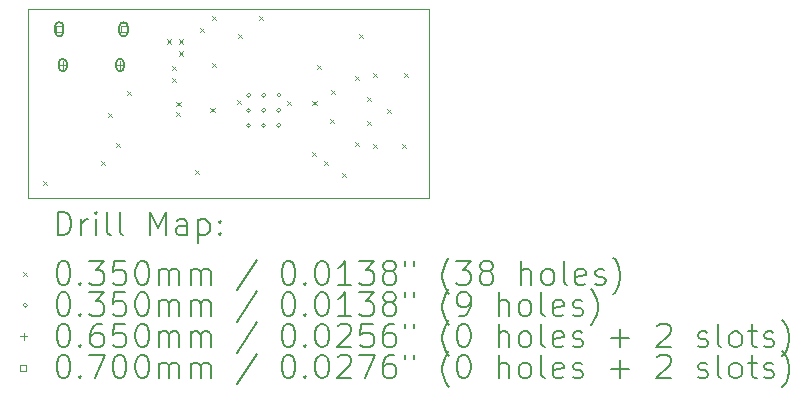
<source format=gbr>
%TF.GenerationSoftware,KiCad,Pcbnew,(6.0.9)*%
%TF.CreationDate,2023-01-06T22:42:55-05:00*%
%TF.ProjectId,Doom Keycap,446f6f6d-204b-4657-9963-61702e6b6963,REV1*%
%TF.SameCoordinates,Original*%
%TF.FileFunction,Drillmap*%
%TF.FilePolarity,Positive*%
%FSLAX45Y45*%
G04 Gerber Fmt 4.5, Leading zero omitted, Abs format (unit mm)*
G04 Created by KiCad (PCBNEW (6.0.9)) date 2023-01-06 22:42:55*
%MOMM*%
%LPD*%
G01*
G04 APERTURE LIST*
%ADD10C,0.050000*%
%ADD11C,0.200000*%
%ADD12C,0.035000*%
%ADD13C,0.065000*%
%ADD14C,0.070000*%
G04 APERTURE END LIST*
D10*
X15559000Y-7900000D02*
X18959000Y-7900000D01*
X18959000Y-7900000D02*
X18959000Y-9500000D01*
X18959000Y-9500000D02*
X15559000Y-9500000D01*
X15559000Y-9500000D02*
X15559000Y-7900000D01*
D11*
D12*
X15691500Y-9354000D02*
X15726500Y-9389000D01*
X15726500Y-9354000D02*
X15691500Y-9389000D01*
X16182750Y-9182500D02*
X16217750Y-9217500D01*
X16217750Y-9182500D02*
X16182750Y-9217500D01*
X16241500Y-8776500D02*
X16276500Y-8811500D01*
X16276500Y-8776500D02*
X16241500Y-8811500D01*
X16307750Y-9032500D02*
X16342750Y-9067500D01*
X16342750Y-9032500D02*
X16307750Y-9067500D01*
X16401450Y-8592450D02*
X16436450Y-8627450D01*
X16436450Y-8592450D02*
X16401450Y-8627450D01*
X16741500Y-8155500D02*
X16776500Y-8190500D01*
X16776500Y-8155500D02*
X16741500Y-8190500D01*
X16781500Y-8382500D02*
X16816500Y-8417500D01*
X16816500Y-8382500D02*
X16781500Y-8417500D01*
X16781500Y-8482500D02*
X16816500Y-8517500D01*
X16816500Y-8482500D02*
X16781500Y-8517500D01*
X16815528Y-8769856D02*
X16850528Y-8804856D01*
X16850528Y-8769856D02*
X16815528Y-8804856D01*
X16819000Y-8683750D02*
X16854000Y-8718750D01*
X16854000Y-8683750D02*
X16819000Y-8718750D01*
X16841500Y-8155500D02*
X16876500Y-8190500D01*
X16876500Y-8155500D02*
X16841500Y-8190500D01*
X16841500Y-8257500D02*
X16876500Y-8292500D01*
X16876500Y-8257500D02*
X16841500Y-8292500D01*
X16979000Y-9257500D02*
X17014000Y-9292500D01*
X17014000Y-9257500D02*
X16979000Y-9292500D01*
X17016500Y-8057500D02*
X17051500Y-8092500D01*
X17051500Y-8057500D02*
X17016500Y-8092500D01*
X17106500Y-8738050D02*
X17141500Y-8773050D01*
X17141500Y-8738050D02*
X17106500Y-8773050D01*
X17116500Y-7957500D02*
X17151500Y-7992500D01*
X17151500Y-7957500D02*
X17116500Y-7992500D01*
X17116500Y-8357500D02*
X17151500Y-8392500D01*
X17151500Y-8357500D02*
X17116500Y-8392500D01*
X17331500Y-8668750D02*
X17366500Y-8703750D01*
X17366500Y-8668750D02*
X17331500Y-8703750D01*
X17341500Y-8107500D02*
X17376500Y-8142500D01*
X17376500Y-8107500D02*
X17341500Y-8142500D01*
X17516500Y-7957500D02*
X17551500Y-7992500D01*
X17551500Y-7957500D02*
X17516500Y-7992500D01*
X17751500Y-8678753D02*
X17786500Y-8713753D01*
X17786500Y-8678753D02*
X17751500Y-8713753D01*
X17966500Y-9107500D02*
X18001500Y-9142500D01*
X18001500Y-9107500D02*
X17966500Y-9142500D01*
X17970500Y-8679750D02*
X18005500Y-8714750D01*
X18005500Y-8679750D02*
X17970500Y-8714750D01*
X18007158Y-8374297D02*
X18042158Y-8409297D01*
X18042158Y-8374297D02*
X18007158Y-8409297D01*
X18065642Y-9181642D02*
X18100642Y-9216642D01*
X18100642Y-9181642D02*
X18065642Y-9216642D01*
X18115105Y-8829836D02*
X18150105Y-8864836D01*
X18150105Y-8829836D02*
X18115105Y-8864836D01*
X18127805Y-8582186D02*
X18162805Y-8617186D01*
X18162805Y-8582186D02*
X18127805Y-8617186D01*
X18216500Y-9282500D02*
X18251500Y-9317500D01*
X18251500Y-9282500D02*
X18216500Y-9317500D01*
X18331005Y-8461536D02*
X18366005Y-8496536D01*
X18366005Y-8461536D02*
X18331005Y-8496536D01*
X18332155Y-9020336D02*
X18367155Y-9055336D01*
X18367155Y-9020336D02*
X18332155Y-9055336D01*
X18366500Y-8107500D02*
X18401500Y-8142500D01*
X18401500Y-8107500D02*
X18366500Y-8142500D01*
X18429000Y-8645000D02*
X18464000Y-8680000D01*
X18464000Y-8645000D02*
X18429000Y-8680000D01*
X18429000Y-8845000D02*
X18464000Y-8880000D01*
X18464000Y-8845000D02*
X18429000Y-8880000D01*
X18480555Y-8437736D02*
X18515555Y-8472736D01*
X18515555Y-8437736D02*
X18480555Y-8472736D01*
X18480555Y-9037736D02*
X18515555Y-9072736D01*
X18515555Y-9037736D02*
X18480555Y-9072736D01*
X18604000Y-8745000D02*
X18639000Y-8780000D01*
X18639000Y-8745000D02*
X18604000Y-8780000D01*
X18729000Y-9037736D02*
X18764000Y-9072736D01*
X18764000Y-9037736D02*
X18729000Y-9072736D01*
X18741500Y-8437736D02*
X18776500Y-8472736D01*
X18776500Y-8437736D02*
X18741500Y-8472736D01*
X17449000Y-8628750D02*
G75*
G03*
X17449000Y-8628750I-17500J0D01*
G01*
X17449000Y-8756250D02*
G75*
G03*
X17449000Y-8756250I-17500J0D01*
G01*
X17449000Y-8883750D02*
G75*
G03*
X17449000Y-8883750I-17500J0D01*
G01*
X17576500Y-8628750D02*
G75*
G03*
X17576500Y-8628750I-17500J0D01*
G01*
X17576500Y-8756250D02*
G75*
G03*
X17576500Y-8756250I-17500J0D01*
G01*
X17576500Y-8883750D02*
G75*
G03*
X17576500Y-8883750I-17500J0D01*
G01*
X17704000Y-8628750D02*
G75*
G03*
X17704000Y-8628750I-17500J0D01*
G01*
X17704000Y-8756250D02*
G75*
G03*
X17704000Y-8756250I-17500J0D01*
G01*
X17704000Y-8883750D02*
G75*
G03*
X17704000Y-8883750I-17500J0D01*
G01*
D13*
X15856500Y-8340500D02*
X15856500Y-8405500D01*
X15824000Y-8373000D02*
X15889000Y-8373000D01*
D11*
X15824000Y-8353000D02*
X15824000Y-8393000D01*
X15889000Y-8353000D02*
X15889000Y-8393000D01*
X15824000Y-8393000D02*
G75*
G03*
X15889000Y-8393000I32500J0D01*
G01*
X15889000Y-8353000D02*
G75*
G03*
X15824000Y-8353000I-32500J0D01*
G01*
D13*
X16341500Y-8340500D02*
X16341500Y-8405500D01*
X16309000Y-8373000D02*
X16374000Y-8373000D01*
D11*
X16309000Y-8353000D02*
X16309000Y-8393000D01*
X16374000Y-8353000D02*
X16374000Y-8393000D01*
X16309000Y-8393000D02*
G75*
G03*
X16374000Y-8393000I32500J0D01*
G01*
X16374000Y-8353000D02*
G75*
G03*
X16309000Y-8353000I-32500J0D01*
G01*
D14*
X15851249Y-8094749D02*
X15851249Y-8045251D01*
X15801751Y-8045251D01*
X15801751Y-8094749D01*
X15851249Y-8094749D01*
D11*
X15791500Y-8045000D02*
X15791500Y-8095000D01*
X15861500Y-8045000D02*
X15861500Y-8095000D01*
X15791500Y-8095000D02*
G75*
G03*
X15861500Y-8095000I35000J0D01*
G01*
X15861500Y-8045000D02*
G75*
G03*
X15791500Y-8045000I-35000J0D01*
G01*
D14*
X16396249Y-8094749D02*
X16396249Y-8045251D01*
X16346751Y-8045251D01*
X16346751Y-8094749D01*
X16396249Y-8094749D01*
D11*
X16336500Y-8045000D02*
X16336500Y-8095000D01*
X16406500Y-8045000D02*
X16406500Y-8095000D01*
X16336500Y-8095000D02*
G75*
G03*
X16406500Y-8095000I35000J0D01*
G01*
X16406500Y-8045000D02*
G75*
G03*
X16336500Y-8045000I-35000J0D01*
G01*
X15814119Y-9812976D02*
X15814119Y-9612976D01*
X15861738Y-9612976D01*
X15890309Y-9622500D01*
X15909357Y-9641548D01*
X15918881Y-9660595D01*
X15928405Y-9698690D01*
X15928405Y-9727262D01*
X15918881Y-9765357D01*
X15909357Y-9784405D01*
X15890309Y-9803452D01*
X15861738Y-9812976D01*
X15814119Y-9812976D01*
X16014119Y-9812976D02*
X16014119Y-9679643D01*
X16014119Y-9717738D02*
X16023643Y-9698690D01*
X16033167Y-9689167D01*
X16052214Y-9679643D01*
X16071262Y-9679643D01*
X16137928Y-9812976D02*
X16137928Y-9679643D01*
X16137928Y-9612976D02*
X16128405Y-9622500D01*
X16137928Y-9632024D01*
X16147452Y-9622500D01*
X16137928Y-9612976D01*
X16137928Y-9632024D01*
X16261738Y-9812976D02*
X16242690Y-9803452D01*
X16233167Y-9784405D01*
X16233167Y-9612976D01*
X16366500Y-9812976D02*
X16347452Y-9803452D01*
X16337928Y-9784405D01*
X16337928Y-9612976D01*
X16595071Y-9812976D02*
X16595071Y-9612976D01*
X16661738Y-9755833D01*
X16728405Y-9612976D01*
X16728405Y-9812976D01*
X16909357Y-9812976D02*
X16909357Y-9708214D01*
X16899833Y-9689167D01*
X16880786Y-9679643D01*
X16842690Y-9679643D01*
X16823643Y-9689167D01*
X16909357Y-9803452D02*
X16890310Y-9812976D01*
X16842690Y-9812976D01*
X16823643Y-9803452D01*
X16814119Y-9784405D01*
X16814119Y-9765357D01*
X16823643Y-9746310D01*
X16842690Y-9736786D01*
X16890310Y-9736786D01*
X16909357Y-9727262D01*
X17004595Y-9679643D02*
X17004595Y-9879643D01*
X17004595Y-9689167D02*
X17023643Y-9679643D01*
X17061738Y-9679643D01*
X17080786Y-9689167D01*
X17090310Y-9698690D01*
X17099833Y-9717738D01*
X17099833Y-9774881D01*
X17090310Y-9793929D01*
X17080786Y-9803452D01*
X17061738Y-9812976D01*
X17023643Y-9812976D01*
X17004595Y-9803452D01*
X17185548Y-9793929D02*
X17195071Y-9803452D01*
X17185548Y-9812976D01*
X17176024Y-9803452D01*
X17185548Y-9793929D01*
X17185548Y-9812976D01*
X17185548Y-9689167D02*
X17195071Y-9698690D01*
X17185548Y-9708214D01*
X17176024Y-9698690D01*
X17185548Y-9689167D01*
X17185548Y-9708214D01*
D12*
X15521500Y-10125000D02*
X15556500Y-10160000D01*
X15556500Y-10125000D02*
X15521500Y-10160000D01*
D11*
X15852214Y-10032976D02*
X15871262Y-10032976D01*
X15890309Y-10042500D01*
X15899833Y-10052024D01*
X15909357Y-10071071D01*
X15918881Y-10109167D01*
X15918881Y-10156786D01*
X15909357Y-10194881D01*
X15899833Y-10213929D01*
X15890309Y-10223452D01*
X15871262Y-10232976D01*
X15852214Y-10232976D01*
X15833167Y-10223452D01*
X15823643Y-10213929D01*
X15814119Y-10194881D01*
X15804595Y-10156786D01*
X15804595Y-10109167D01*
X15814119Y-10071071D01*
X15823643Y-10052024D01*
X15833167Y-10042500D01*
X15852214Y-10032976D01*
X16004595Y-10213929D02*
X16014119Y-10223452D01*
X16004595Y-10232976D01*
X15995071Y-10223452D01*
X16004595Y-10213929D01*
X16004595Y-10232976D01*
X16080786Y-10032976D02*
X16204595Y-10032976D01*
X16137928Y-10109167D01*
X16166500Y-10109167D01*
X16185548Y-10118690D01*
X16195071Y-10128214D01*
X16204595Y-10147262D01*
X16204595Y-10194881D01*
X16195071Y-10213929D01*
X16185548Y-10223452D01*
X16166500Y-10232976D01*
X16109357Y-10232976D01*
X16090309Y-10223452D01*
X16080786Y-10213929D01*
X16385548Y-10032976D02*
X16290309Y-10032976D01*
X16280786Y-10128214D01*
X16290309Y-10118690D01*
X16309357Y-10109167D01*
X16356976Y-10109167D01*
X16376024Y-10118690D01*
X16385548Y-10128214D01*
X16395071Y-10147262D01*
X16395071Y-10194881D01*
X16385548Y-10213929D01*
X16376024Y-10223452D01*
X16356976Y-10232976D01*
X16309357Y-10232976D01*
X16290309Y-10223452D01*
X16280786Y-10213929D01*
X16518881Y-10032976D02*
X16537928Y-10032976D01*
X16556976Y-10042500D01*
X16566500Y-10052024D01*
X16576024Y-10071071D01*
X16585548Y-10109167D01*
X16585548Y-10156786D01*
X16576024Y-10194881D01*
X16566500Y-10213929D01*
X16556976Y-10223452D01*
X16537928Y-10232976D01*
X16518881Y-10232976D01*
X16499833Y-10223452D01*
X16490309Y-10213929D01*
X16480786Y-10194881D01*
X16471262Y-10156786D01*
X16471262Y-10109167D01*
X16480786Y-10071071D01*
X16490309Y-10052024D01*
X16499833Y-10042500D01*
X16518881Y-10032976D01*
X16671262Y-10232976D02*
X16671262Y-10099643D01*
X16671262Y-10118690D02*
X16680786Y-10109167D01*
X16699833Y-10099643D01*
X16728405Y-10099643D01*
X16747452Y-10109167D01*
X16756976Y-10128214D01*
X16756976Y-10232976D01*
X16756976Y-10128214D02*
X16766500Y-10109167D01*
X16785548Y-10099643D01*
X16814119Y-10099643D01*
X16833167Y-10109167D01*
X16842690Y-10128214D01*
X16842690Y-10232976D01*
X16937929Y-10232976D02*
X16937929Y-10099643D01*
X16937929Y-10118690D02*
X16947452Y-10109167D01*
X16966500Y-10099643D01*
X16995071Y-10099643D01*
X17014119Y-10109167D01*
X17023643Y-10128214D01*
X17023643Y-10232976D01*
X17023643Y-10128214D02*
X17033167Y-10109167D01*
X17052214Y-10099643D01*
X17080786Y-10099643D01*
X17099833Y-10109167D01*
X17109357Y-10128214D01*
X17109357Y-10232976D01*
X17499833Y-10023452D02*
X17328405Y-10280595D01*
X17756976Y-10032976D02*
X17776024Y-10032976D01*
X17795071Y-10042500D01*
X17804595Y-10052024D01*
X17814119Y-10071071D01*
X17823643Y-10109167D01*
X17823643Y-10156786D01*
X17814119Y-10194881D01*
X17804595Y-10213929D01*
X17795071Y-10223452D01*
X17776024Y-10232976D01*
X17756976Y-10232976D01*
X17737929Y-10223452D01*
X17728405Y-10213929D01*
X17718881Y-10194881D01*
X17709357Y-10156786D01*
X17709357Y-10109167D01*
X17718881Y-10071071D01*
X17728405Y-10052024D01*
X17737929Y-10042500D01*
X17756976Y-10032976D01*
X17909357Y-10213929D02*
X17918881Y-10223452D01*
X17909357Y-10232976D01*
X17899833Y-10223452D01*
X17909357Y-10213929D01*
X17909357Y-10232976D01*
X18042690Y-10032976D02*
X18061738Y-10032976D01*
X18080786Y-10042500D01*
X18090310Y-10052024D01*
X18099833Y-10071071D01*
X18109357Y-10109167D01*
X18109357Y-10156786D01*
X18099833Y-10194881D01*
X18090310Y-10213929D01*
X18080786Y-10223452D01*
X18061738Y-10232976D01*
X18042690Y-10232976D01*
X18023643Y-10223452D01*
X18014119Y-10213929D01*
X18004595Y-10194881D01*
X17995071Y-10156786D01*
X17995071Y-10109167D01*
X18004595Y-10071071D01*
X18014119Y-10052024D01*
X18023643Y-10042500D01*
X18042690Y-10032976D01*
X18299833Y-10232976D02*
X18185548Y-10232976D01*
X18242690Y-10232976D02*
X18242690Y-10032976D01*
X18223643Y-10061548D01*
X18204595Y-10080595D01*
X18185548Y-10090119D01*
X18366500Y-10032976D02*
X18490310Y-10032976D01*
X18423643Y-10109167D01*
X18452214Y-10109167D01*
X18471262Y-10118690D01*
X18480786Y-10128214D01*
X18490310Y-10147262D01*
X18490310Y-10194881D01*
X18480786Y-10213929D01*
X18471262Y-10223452D01*
X18452214Y-10232976D01*
X18395071Y-10232976D01*
X18376024Y-10223452D01*
X18366500Y-10213929D01*
X18604595Y-10118690D02*
X18585548Y-10109167D01*
X18576024Y-10099643D01*
X18566500Y-10080595D01*
X18566500Y-10071071D01*
X18576024Y-10052024D01*
X18585548Y-10042500D01*
X18604595Y-10032976D01*
X18642690Y-10032976D01*
X18661738Y-10042500D01*
X18671262Y-10052024D01*
X18680786Y-10071071D01*
X18680786Y-10080595D01*
X18671262Y-10099643D01*
X18661738Y-10109167D01*
X18642690Y-10118690D01*
X18604595Y-10118690D01*
X18585548Y-10128214D01*
X18576024Y-10137738D01*
X18566500Y-10156786D01*
X18566500Y-10194881D01*
X18576024Y-10213929D01*
X18585548Y-10223452D01*
X18604595Y-10232976D01*
X18642690Y-10232976D01*
X18661738Y-10223452D01*
X18671262Y-10213929D01*
X18680786Y-10194881D01*
X18680786Y-10156786D01*
X18671262Y-10137738D01*
X18661738Y-10128214D01*
X18642690Y-10118690D01*
X18756976Y-10032976D02*
X18756976Y-10071071D01*
X18833167Y-10032976D02*
X18833167Y-10071071D01*
X19128405Y-10309167D02*
X19118881Y-10299643D01*
X19099833Y-10271071D01*
X19090310Y-10252024D01*
X19080786Y-10223452D01*
X19071262Y-10175833D01*
X19071262Y-10137738D01*
X19080786Y-10090119D01*
X19090310Y-10061548D01*
X19099833Y-10042500D01*
X19118881Y-10013929D01*
X19128405Y-10004405D01*
X19185548Y-10032976D02*
X19309357Y-10032976D01*
X19242690Y-10109167D01*
X19271262Y-10109167D01*
X19290310Y-10118690D01*
X19299833Y-10128214D01*
X19309357Y-10147262D01*
X19309357Y-10194881D01*
X19299833Y-10213929D01*
X19290310Y-10223452D01*
X19271262Y-10232976D01*
X19214119Y-10232976D01*
X19195071Y-10223452D01*
X19185548Y-10213929D01*
X19423643Y-10118690D02*
X19404595Y-10109167D01*
X19395071Y-10099643D01*
X19385548Y-10080595D01*
X19385548Y-10071071D01*
X19395071Y-10052024D01*
X19404595Y-10042500D01*
X19423643Y-10032976D01*
X19461738Y-10032976D01*
X19480786Y-10042500D01*
X19490310Y-10052024D01*
X19499833Y-10071071D01*
X19499833Y-10080595D01*
X19490310Y-10099643D01*
X19480786Y-10109167D01*
X19461738Y-10118690D01*
X19423643Y-10118690D01*
X19404595Y-10128214D01*
X19395071Y-10137738D01*
X19385548Y-10156786D01*
X19385548Y-10194881D01*
X19395071Y-10213929D01*
X19404595Y-10223452D01*
X19423643Y-10232976D01*
X19461738Y-10232976D01*
X19480786Y-10223452D01*
X19490310Y-10213929D01*
X19499833Y-10194881D01*
X19499833Y-10156786D01*
X19490310Y-10137738D01*
X19480786Y-10128214D01*
X19461738Y-10118690D01*
X19737929Y-10232976D02*
X19737929Y-10032976D01*
X19823643Y-10232976D02*
X19823643Y-10128214D01*
X19814119Y-10109167D01*
X19795071Y-10099643D01*
X19766500Y-10099643D01*
X19747452Y-10109167D01*
X19737929Y-10118690D01*
X19947452Y-10232976D02*
X19928405Y-10223452D01*
X19918881Y-10213929D01*
X19909357Y-10194881D01*
X19909357Y-10137738D01*
X19918881Y-10118690D01*
X19928405Y-10109167D01*
X19947452Y-10099643D01*
X19976024Y-10099643D01*
X19995071Y-10109167D01*
X20004595Y-10118690D01*
X20014119Y-10137738D01*
X20014119Y-10194881D01*
X20004595Y-10213929D01*
X19995071Y-10223452D01*
X19976024Y-10232976D01*
X19947452Y-10232976D01*
X20128405Y-10232976D02*
X20109357Y-10223452D01*
X20099833Y-10204405D01*
X20099833Y-10032976D01*
X20280786Y-10223452D02*
X20261738Y-10232976D01*
X20223643Y-10232976D01*
X20204595Y-10223452D01*
X20195071Y-10204405D01*
X20195071Y-10128214D01*
X20204595Y-10109167D01*
X20223643Y-10099643D01*
X20261738Y-10099643D01*
X20280786Y-10109167D01*
X20290310Y-10128214D01*
X20290310Y-10147262D01*
X20195071Y-10166310D01*
X20366500Y-10223452D02*
X20385548Y-10232976D01*
X20423643Y-10232976D01*
X20442690Y-10223452D01*
X20452214Y-10204405D01*
X20452214Y-10194881D01*
X20442690Y-10175833D01*
X20423643Y-10166310D01*
X20395071Y-10166310D01*
X20376024Y-10156786D01*
X20366500Y-10137738D01*
X20366500Y-10128214D01*
X20376024Y-10109167D01*
X20395071Y-10099643D01*
X20423643Y-10099643D01*
X20442690Y-10109167D01*
X20518881Y-10309167D02*
X20528405Y-10299643D01*
X20547452Y-10271071D01*
X20556976Y-10252024D01*
X20566500Y-10223452D01*
X20576024Y-10175833D01*
X20576024Y-10137738D01*
X20566500Y-10090119D01*
X20556976Y-10061548D01*
X20547452Y-10042500D01*
X20528405Y-10013929D01*
X20518881Y-10004405D01*
D12*
X15556500Y-10406500D02*
G75*
G03*
X15556500Y-10406500I-17500J0D01*
G01*
D11*
X15852214Y-10296976D02*
X15871262Y-10296976D01*
X15890309Y-10306500D01*
X15899833Y-10316024D01*
X15909357Y-10335071D01*
X15918881Y-10373167D01*
X15918881Y-10420786D01*
X15909357Y-10458881D01*
X15899833Y-10477929D01*
X15890309Y-10487452D01*
X15871262Y-10496976D01*
X15852214Y-10496976D01*
X15833167Y-10487452D01*
X15823643Y-10477929D01*
X15814119Y-10458881D01*
X15804595Y-10420786D01*
X15804595Y-10373167D01*
X15814119Y-10335071D01*
X15823643Y-10316024D01*
X15833167Y-10306500D01*
X15852214Y-10296976D01*
X16004595Y-10477929D02*
X16014119Y-10487452D01*
X16004595Y-10496976D01*
X15995071Y-10487452D01*
X16004595Y-10477929D01*
X16004595Y-10496976D01*
X16080786Y-10296976D02*
X16204595Y-10296976D01*
X16137928Y-10373167D01*
X16166500Y-10373167D01*
X16185548Y-10382690D01*
X16195071Y-10392214D01*
X16204595Y-10411262D01*
X16204595Y-10458881D01*
X16195071Y-10477929D01*
X16185548Y-10487452D01*
X16166500Y-10496976D01*
X16109357Y-10496976D01*
X16090309Y-10487452D01*
X16080786Y-10477929D01*
X16385548Y-10296976D02*
X16290309Y-10296976D01*
X16280786Y-10392214D01*
X16290309Y-10382690D01*
X16309357Y-10373167D01*
X16356976Y-10373167D01*
X16376024Y-10382690D01*
X16385548Y-10392214D01*
X16395071Y-10411262D01*
X16395071Y-10458881D01*
X16385548Y-10477929D01*
X16376024Y-10487452D01*
X16356976Y-10496976D01*
X16309357Y-10496976D01*
X16290309Y-10487452D01*
X16280786Y-10477929D01*
X16518881Y-10296976D02*
X16537928Y-10296976D01*
X16556976Y-10306500D01*
X16566500Y-10316024D01*
X16576024Y-10335071D01*
X16585548Y-10373167D01*
X16585548Y-10420786D01*
X16576024Y-10458881D01*
X16566500Y-10477929D01*
X16556976Y-10487452D01*
X16537928Y-10496976D01*
X16518881Y-10496976D01*
X16499833Y-10487452D01*
X16490309Y-10477929D01*
X16480786Y-10458881D01*
X16471262Y-10420786D01*
X16471262Y-10373167D01*
X16480786Y-10335071D01*
X16490309Y-10316024D01*
X16499833Y-10306500D01*
X16518881Y-10296976D01*
X16671262Y-10496976D02*
X16671262Y-10363643D01*
X16671262Y-10382690D02*
X16680786Y-10373167D01*
X16699833Y-10363643D01*
X16728405Y-10363643D01*
X16747452Y-10373167D01*
X16756976Y-10392214D01*
X16756976Y-10496976D01*
X16756976Y-10392214D02*
X16766500Y-10373167D01*
X16785548Y-10363643D01*
X16814119Y-10363643D01*
X16833167Y-10373167D01*
X16842690Y-10392214D01*
X16842690Y-10496976D01*
X16937929Y-10496976D02*
X16937929Y-10363643D01*
X16937929Y-10382690D02*
X16947452Y-10373167D01*
X16966500Y-10363643D01*
X16995071Y-10363643D01*
X17014119Y-10373167D01*
X17023643Y-10392214D01*
X17023643Y-10496976D01*
X17023643Y-10392214D02*
X17033167Y-10373167D01*
X17052214Y-10363643D01*
X17080786Y-10363643D01*
X17099833Y-10373167D01*
X17109357Y-10392214D01*
X17109357Y-10496976D01*
X17499833Y-10287452D02*
X17328405Y-10544595D01*
X17756976Y-10296976D02*
X17776024Y-10296976D01*
X17795071Y-10306500D01*
X17804595Y-10316024D01*
X17814119Y-10335071D01*
X17823643Y-10373167D01*
X17823643Y-10420786D01*
X17814119Y-10458881D01*
X17804595Y-10477929D01*
X17795071Y-10487452D01*
X17776024Y-10496976D01*
X17756976Y-10496976D01*
X17737929Y-10487452D01*
X17728405Y-10477929D01*
X17718881Y-10458881D01*
X17709357Y-10420786D01*
X17709357Y-10373167D01*
X17718881Y-10335071D01*
X17728405Y-10316024D01*
X17737929Y-10306500D01*
X17756976Y-10296976D01*
X17909357Y-10477929D02*
X17918881Y-10487452D01*
X17909357Y-10496976D01*
X17899833Y-10487452D01*
X17909357Y-10477929D01*
X17909357Y-10496976D01*
X18042690Y-10296976D02*
X18061738Y-10296976D01*
X18080786Y-10306500D01*
X18090310Y-10316024D01*
X18099833Y-10335071D01*
X18109357Y-10373167D01*
X18109357Y-10420786D01*
X18099833Y-10458881D01*
X18090310Y-10477929D01*
X18080786Y-10487452D01*
X18061738Y-10496976D01*
X18042690Y-10496976D01*
X18023643Y-10487452D01*
X18014119Y-10477929D01*
X18004595Y-10458881D01*
X17995071Y-10420786D01*
X17995071Y-10373167D01*
X18004595Y-10335071D01*
X18014119Y-10316024D01*
X18023643Y-10306500D01*
X18042690Y-10296976D01*
X18299833Y-10496976D02*
X18185548Y-10496976D01*
X18242690Y-10496976D02*
X18242690Y-10296976D01*
X18223643Y-10325548D01*
X18204595Y-10344595D01*
X18185548Y-10354119D01*
X18366500Y-10296976D02*
X18490310Y-10296976D01*
X18423643Y-10373167D01*
X18452214Y-10373167D01*
X18471262Y-10382690D01*
X18480786Y-10392214D01*
X18490310Y-10411262D01*
X18490310Y-10458881D01*
X18480786Y-10477929D01*
X18471262Y-10487452D01*
X18452214Y-10496976D01*
X18395071Y-10496976D01*
X18376024Y-10487452D01*
X18366500Y-10477929D01*
X18604595Y-10382690D02*
X18585548Y-10373167D01*
X18576024Y-10363643D01*
X18566500Y-10344595D01*
X18566500Y-10335071D01*
X18576024Y-10316024D01*
X18585548Y-10306500D01*
X18604595Y-10296976D01*
X18642690Y-10296976D01*
X18661738Y-10306500D01*
X18671262Y-10316024D01*
X18680786Y-10335071D01*
X18680786Y-10344595D01*
X18671262Y-10363643D01*
X18661738Y-10373167D01*
X18642690Y-10382690D01*
X18604595Y-10382690D01*
X18585548Y-10392214D01*
X18576024Y-10401738D01*
X18566500Y-10420786D01*
X18566500Y-10458881D01*
X18576024Y-10477929D01*
X18585548Y-10487452D01*
X18604595Y-10496976D01*
X18642690Y-10496976D01*
X18661738Y-10487452D01*
X18671262Y-10477929D01*
X18680786Y-10458881D01*
X18680786Y-10420786D01*
X18671262Y-10401738D01*
X18661738Y-10392214D01*
X18642690Y-10382690D01*
X18756976Y-10296976D02*
X18756976Y-10335071D01*
X18833167Y-10296976D02*
X18833167Y-10335071D01*
X19128405Y-10573167D02*
X19118881Y-10563643D01*
X19099833Y-10535071D01*
X19090310Y-10516024D01*
X19080786Y-10487452D01*
X19071262Y-10439833D01*
X19071262Y-10401738D01*
X19080786Y-10354119D01*
X19090310Y-10325548D01*
X19099833Y-10306500D01*
X19118881Y-10277929D01*
X19128405Y-10268405D01*
X19214119Y-10496976D02*
X19252214Y-10496976D01*
X19271262Y-10487452D01*
X19280786Y-10477929D01*
X19299833Y-10449357D01*
X19309357Y-10411262D01*
X19309357Y-10335071D01*
X19299833Y-10316024D01*
X19290310Y-10306500D01*
X19271262Y-10296976D01*
X19233167Y-10296976D01*
X19214119Y-10306500D01*
X19204595Y-10316024D01*
X19195071Y-10335071D01*
X19195071Y-10382690D01*
X19204595Y-10401738D01*
X19214119Y-10411262D01*
X19233167Y-10420786D01*
X19271262Y-10420786D01*
X19290310Y-10411262D01*
X19299833Y-10401738D01*
X19309357Y-10382690D01*
X19547452Y-10496976D02*
X19547452Y-10296976D01*
X19633167Y-10496976D02*
X19633167Y-10392214D01*
X19623643Y-10373167D01*
X19604595Y-10363643D01*
X19576024Y-10363643D01*
X19556976Y-10373167D01*
X19547452Y-10382690D01*
X19756976Y-10496976D02*
X19737929Y-10487452D01*
X19728405Y-10477929D01*
X19718881Y-10458881D01*
X19718881Y-10401738D01*
X19728405Y-10382690D01*
X19737929Y-10373167D01*
X19756976Y-10363643D01*
X19785548Y-10363643D01*
X19804595Y-10373167D01*
X19814119Y-10382690D01*
X19823643Y-10401738D01*
X19823643Y-10458881D01*
X19814119Y-10477929D01*
X19804595Y-10487452D01*
X19785548Y-10496976D01*
X19756976Y-10496976D01*
X19937929Y-10496976D02*
X19918881Y-10487452D01*
X19909357Y-10468405D01*
X19909357Y-10296976D01*
X20090310Y-10487452D02*
X20071262Y-10496976D01*
X20033167Y-10496976D01*
X20014119Y-10487452D01*
X20004595Y-10468405D01*
X20004595Y-10392214D01*
X20014119Y-10373167D01*
X20033167Y-10363643D01*
X20071262Y-10363643D01*
X20090310Y-10373167D01*
X20099833Y-10392214D01*
X20099833Y-10411262D01*
X20004595Y-10430310D01*
X20176024Y-10487452D02*
X20195071Y-10496976D01*
X20233167Y-10496976D01*
X20252214Y-10487452D01*
X20261738Y-10468405D01*
X20261738Y-10458881D01*
X20252214Y-10439833D01*
X20233167Y-10430310D01*
X20204595Y-10430310D01*
X20185548Y-10420786D01*
X20176024Y-10401738D01*
X20176024Y-10392214D01*
X20185548Y-10373167D01*
X20204595Y-10363643D01*
X20233167Y-10363643D01*
X20252214Y-10373167D01*
X20328405Y-10573167D02*
X20337929Y-10563643D01*
X20356976Y-10535071D01*
X20366500Y-10516024D01*
X20376024Y-10487452D01*
X20385548Y-10439833D01*
X20385548Y-10401738D01*
X20376024Y-10354119D01*
X20366500Y-10325548D01*
X20356976Y-10306500D01*
X20337929Y-10277929D01*
X20328405Y-10268405D01*
D13*
X15524000Y-10638000D02*
X15524000Y-10703000D01*
X15491500Y-10670500D02*
X15556500Y-10670500D01*
D11*
X15852214Y-10560976D02*
X15871262Y-10560976D01*
X15890309Y-10570500D01*
X15899833Y-10580024D01*
X15909357Y-10599071D01*
X15918881Y-10637167D01*
X15918881Y-10684786D01*
X15909357Y-10722881D01*
X15899833Y-10741929D01*
X15890309Y-10751452D01*
X15871262Y-10760976D01*
X15852214Y-10760976D01*
X15833167Y-10751452D01*
X15823643Y-10741929D01*
X15814119Y-10722881D01*
X15804595Y-10684786D01*
X15804595Y-10637167D01*
X15814119Y-10599071D01*
X15823643Y-10580024D01*
X15833167Y-10570500D01*
X15852214Y-10560976D01*
X16004595Y-10741929D02*
X16014119Y-10751452D01*
X16004595Y-10760976D01*
X15995071Y-10751452D01*
X16004595Y-10741929D01*
X16004595Y-10760976D01*
X16185548Y-10560976D02*
X16147452Y-10560976D01*
X16128405Y-10570500D01*
X16118881Y-10580024D01*
X16099833Y-10608595D01*
X16090309Y-10646690D01*
X16090309Y-10722881D01*
X16099833Y-10741929D01*
X16109357Y-10751452D01*
X16128405Y-10760976D01*
X16166500Y-10760976D01*
X16185548Y-10751452D01*
X16195071Y-10741929D01*
X16204595Y-10722881D01*
X16204595Y-10675262D01*
X16195071Y-10656214D01*
X16185548Y-10646690D01*
X16166500Y-10637167D01*
X16128405Y-10637167D01*
X16109357Y-10646690D01*
X16099833Y-10656214D01*
X16090309Y-10675262D01*
X16385548Y-10560976D02*
X16290309Y-10560976D01*
X16280786Y-10656214D01*
X16290309Y-10646690D01*
X16309357Y-10637167D01*
X16356976Y-10637167D01*
X16376024Y-10646690D01*
X16385548Y-10656214D01*
X16395071Y-10675262D01*
X16395071Y-10722881D01*
X16385548Y-10741929D01*
X16376024Y-10751452D01*
X16356976Y-10760976D01*
X16309357Y-10760976D01*
X16290309Y-10751452D01*
X16280786Y-10741929D01*
X16518881Y-10560976D02*
X16537928Y-10560976D01*
X16556976Y-10570500D01*
X16566500Y-10580024D01*
X16576024Y-10599071D01*
X16585548Y-10637167D01*
X16585548Y-10684786D01*
X16576024Y-10722881D01*
X16566500Y-10741929D01*
X16556976Y-10751452D01*
X16537928Y-10760976D01*
X16518881Y-10760976D01*
X16499833Y-10751452D01*
X16490309Y-10741929D01*
X16480786Y-10722881D01*
X16471262Y-10684786D01*
X16471262Y-10637167D01*
X16480786Y-10599071D01*
X16490309Y-10580024D01*
X16499833Y-10570500D01*
X16518881Y-10560976D01*
X16671262Y-10760976D02*
X16671262Y-10627643D01*
X16671262Y-10646690D02*
X16680786Y-10637167D01*
X16699833Y-10627643D01*
X16728405Y-10627643D01*
X16747452Y-10637167D01*
X16756976Y-10656214D01*
X16756976Y-10760976D01*
X16756976Y-10656214D02*
X16766500Y-10637167D01*
X16785548Y-10627643D01*
X16814119Y-10627643D01*
X16833167Y-10637167D01*
X16842690Y-10656214D01*
X16842690Y-10760976D01*
X16937929Y-10760976D02*
X16937929Y-10627643D01*
X16937929Y-10646690D02*
X16947452Y-10637167D01*
X16966500Y-10627643D01*
X16995071Y-10627643D01*
X17014119Y-10637167D01*
X17023643Y-10656214D01*
X17023643Y-10760976D01*
X17023643Y-10656214D02*
X17033167Y-10637167D01*
X17052214Y-10627643D01*
X17080786Y-10627643D01*
X17099833Y-10637167D01*
X17109357Y-10656214D01*
X17109357Y-10760976D01*
X17499833Y-10551452D02*
X17328405Y-10808595D01*
X17756976Y-10560976D02*
X17776024Y-10560976D01*
X17795071Y-10570500D01*
X17804595Y-10580024D01*
X17814119Y-10599071D01*
X17823643Y-10637167D01*
X17823643Y-10684786D01*
X17814119Y-10722881D01*
X17804595Y-10741929D01*
X17795071Y-10751452D01*
X17776024Y-10760976D01*
X17756976Y-10760976D01*
X17737929Y-10751452D01*
X17728405Y-10741929D01*
X17718881Y-10722881D01*
X17709357Y-10684786D01*
X17709357Y-10637167D01*
X17718881Y-10599071D01*
X17728405Y-10580024D01*
X17737929Y-10570500D01*
X17756976Y-10560976D01*
X17909357Y-10741929D02*
X17918881Y-10751452D01*
X17909357Y-10760976D01*
X17899833Y-10751452D01*
X17909357Y-10741929D01*
X17909357Y-10760976D01*
X18042690Y-10560976D02*
X18061738Y-10560976D01*
X18080786Y-10570500D01*
X18090310Y-10580024D01*
X18099833Y-10599071D01*
X18109357Y-10637167D01*
X18109357Y-10684786D01*
X18099833Y-10722881D01*
X18090310Y-10741929D01*
X18080786Y-10751452D01*
X18061738Y-10760976D01*
X18042690Y-10760976D01*
X18023643Y-10751452D01*
X18014119Y-10741929D01*
X18004595Y-10722881D01*
X17995071Y-10684786D01*
X17995071Y-10637167D01*
X18004595Y-10599071D01*
X18014119Y-10580024D01*
X18023643Y-10570500D01*
X18042690Y-10560976D01*
X18185548Y-10580024D02*
X18195071Y-10570500D01*
X18214119Y-10560976D01*
X18261738Y-10560976D01*
X18280786Y-10570500D01*
X18290310Y-10580024D01*
X18299833Y-10599071D01*
X18299833Y-10618119D01*
X18290310Y-10646690D01*
X18176024Y-10760976D01*
X18299833Y-10760976D01*
X18480786Y-10560976D02*
X18385548Y-10560976D01*
X18376024Y-10656214D01*
X18385548Y-10646690D01*
X18404595Y-10637167D01*
X18452214Y-10637167D01*
X18471262Y-10646690D01*
X18480786Y-10656214D01*
X18490310Y-10675262D01*
X18490310Y-10722881D01*
X18480786Y-10741929D01*
X18471262Y-10751452D01*
X18452214Y-10760976D01*
X18404595Y-10760976D01*
X18385548Y-10751452D01*
X18376024Y-10741929D01*
X18661738Y-10560976D02*
X18623643Y-10560976D01*
X18604595Y-10570500D01*
X18595071Y-10580024D01*
X18576024Y-10608595D01*
X18566500Y-10646690D01*
X18566500Y-10722881D01*
X18576024Y-10741929D01*
X18585548Y-10751452D01*
X18604595Y-10760976D01*
X18642690Y-10760976D01*
X18661738Y-10751452D01*
X18671262Y-10741929D01*
X18680786Y-10722881D01*
X18680786Y-10675262D01*
X18671262Y-10656214D01*
X18661738Y-10646690D01*
X18642690Y-10637167D01*
X18604595Y-10637167D01*
X18585548Y-10646690D01*
X18576024Y-10656214D01*
X18566500Y-10675262D01*
X18756976Y-10560976D02*
X18756976Y-10599071D01*
X18833167Y-10560976D02*
X18833167Y-10599071D01*
X19128405Y-10837167D02*
X19118881Y-10827643D01*
X19099833Y-10799071D01*
X19090310Y-10780024D01*
X19080786Y-10751452D01*
X19071262Y-10703833D01*
X19071262Y-10665738D01*
X19080786Y-10618119D01*
X19090310Y-10589548D01*
X19099833Y-10570500D01*
X19118881Y-10541929D01*
X19128405Y-10532405D01*
X19242690Y-10560976D02*
X19261738Y-10560976D01*
X19280786Y-10570500D01*
X19290310Y-10580024D01*
X19299833Y-10599071D01*
X19309357Y-10637167D01*
X19309357Y-10684786D01*
X19299833Y-10722881D01*
X19290310Y-10741929D01*
X19280786Y-10751452D01*
X19261738Y-10760976D01*
X19242690Y-10760976D01*
X19223643Y-10751452D01*
X19214119Y-10741929D01*
X19204595Y-10722881D01*
X19195071Y-10684786D01*
X19195071Y-10637167D01*
X19204595Y-10599071D01*
X19214119Y-10580024D01*
X19223643Y-10570500D01*
X19242690Y-10560976D01*
X19547452Y-10760976D02*
X19547452Y-10560976D01*
X19633167Y-10760976D02*
X19633167Y-10656214D01*
X19623643Y-10637167D01*
X19604595Y-10627643D01*
X19576024Y-10627643D01*
X19556976Y-10637167D01*
X19547452Y-10646690D01*
X19756976Y-10760976D02*
X19737929Y-10751452D01*
X19728405Y-10741929D01*
X19718881Y-10722881D01*
X19718881Y-10665738D01*
X19728405Y-10646690D01*
X19737929Y-10637167D01*
X19756976Y-10627643D01*
X19785548Y-10627643D01*
X19804595Y-10637167D01*
X19814119Y-10646690D01*
X19823643Y-10665738D01*
X19823643Y-10722881D01*
X19814119Y-10741929D01*
X19804595Y-10751452D01*
X19785548Y-10760976D01*
X19756976Y-10760976D01*
X19937929Y-10760976D02*
X19918881Y-10751452D01*
X19909357Y-10732405D01*
X19909357Y-10560976D01*
X20090310Y-10751452D02*
X20071262Y-10760976D01*
X20033167Y-10760976D01*
X20014119Y-10751452D01*
X20004595Y-10732405D01*
X20004595Y-10656214D01*
X20014119Y-10637167D01*
X20033167Y-10627643D01*
X20071262Y-10627643D01*
X20090310Y-10637167D01*
X20099833Y-10656214D01*
X20099833Y-10675262D01*
X20004595Y-10694310D01*
X20176024Y-10751452D02*
X20195071Y-10760976D01*
X20233167Y-10760976D01*
X20252214Y-10751452D01*
X20261738Y-10732405D01*
X20261738Y-10722881D01*
X20252214Y-10703833D01*
X20233167Y-10694310D01*
X20204595Y-10694310D01*
X20185548Y-10684786D01*
X20176024Y-10665738D01*
X20176024Y-10656214D01*
X20185548Y-10637167D01*
X20204595Y-10627643D01*
X20233167Y-10627643D01*
X20252214Y-10637167D01*
X20499833Y-10684786D02*
X20652214Y-10684786D01*
X20576024Y-10760976D02*
X20576024Y-10608595D01*
X20890310Y-10580024D02*
X20899833Y-10570500D01*
X20918881Y-10560976D01*
X20966500Y-10560976D01*
X20985548Y-10570500D01*
X20995071Y-10580024D01*
X21004595Y-10599071D01*
X21004595Y-10618119D01*
X20995071Y-10646690D01*
X20880786Y-10760976D01*
X21004595Y-10760976D01*
X21233167Y-10751452D02*
X21252214Y-10760976D01*
X21290310Y-10760976D01*
X21309357Y-10751452D01*
X21318881Y-10732405D01*
X21318881Y-10722881D01*
X21309357Y-10703833D01*
X21290310Y-10694310D01*
X21261738Y-10694310D01*
X21242690Y-10684786D01*
X21233167Y-10665738D01*
X21233167Y-10656214D01*
X21242690Y-10637167D01*
X21261738Y-10627643D01*
X21290310Y-10627643D01*
X21309357Y-10637167D01*
X21433167Y-10760976D02*
X21414119Y-10751452D01*
X21404595Y-10732405D01*
X21404595Y-10560976D01*
X21537929Y-10760976D02*
X21518881Y-10751452D01*
X21509357Y-10741929D01*
X21499833Y-10722881D01*
X21499833Y-10665738D01*
X21509357Y-10646690D01*
X21518881Y-10637167D01*
X21537929Y-10627643D01*
X21566500Y-10627643D01*
X21585548Y-10637167D01*
X21595071Y-10646690D01*
X21604595Y-10665738D01*
X21604595Y-10722881D01*
X21595071Y-10741929D01*
X21585548Y-10751452D01*
X21566500Y-10760976D01*
X21537929Y-10760976D01*
X21661738Y-10627643D02*
X21737929Y-10627643D01*
X21690310Y-10560976D02*
X21690310Y-10732405D01*
X21699833Y-10751452D01*
X21718881Y-10760976D01*
X21737929Y-10760976D01*
X21795071Y-10751452D02*
X21814119Y-10760976D01*
X21852214Y-10760976D01*
X21871262Y-10751452D01*
X21880786Y-10732405D01*
X21880786Y-10722881D01*
X21871262Y-10703833D01*
X21852214Y-10694310D01*
X21823643Y-10694310D01*
X21804595Y-10684786D01*
X21795071Y-10665738D01*
X21795071Y-10656214D01*
X21804595Y-10637167D01*
X21823643Y-10627643D01*
X21852214Y-10627643D01*
X21871262Y-10637167D01*
X21947452Y-10837167D02*
X21956976Y-10827643D01*
X21976024Y-10799071D01*
X21985548Y-10780024D01*
X21995071Y-10751452D01*
X22004595Y-10703833D01*
X22004595Y-10665738D01*
X21995071Y-10618119D01*
X21985548Y-10589548D01*
X21976024Y-10570500D01*
X21956976Y-10541929D01*
X21947452Y-10532405D01*
D14*
X15546249Y-10959249D02*
X15546249Y-10909751D01*
X15496751Y-10909751D01*
X15496751Y-10959249D01*
X15546249Y-10959249D01*
D11*
X15852214Y-10824976D02*
X15871262Y-10824976D01*
X15890309Y-10834500D01*
X15899833Y-10844024D01*
X15909357Y-10863071D01*
X15918881Y-10901167D01*
X15918881Y-10948786D01*
X15909357Y-10986881D01*
X15899833Y-11005929D01*
X15890309Y-11015452D01*
X15871262Y-11024976D01*
X15852214Y-11024976D01*
X15833167Y-11015452D01*
X15823643Y-11005929D01*
X15814119Y-10986881D01*
X15804595Y-10948786D01*
X15804595Y-10901167D01*
X15814119Y-10863071D01*
X15823643Y-10844024D01*
X15833167Y-10834500D01*
X15852214Y-10824976D01*
X16004595Y-11005929D02*
X16014119Y-11015452D01*
X16004595Y-11024976D01*
X15995071Y-11015452D01*
X16004595Y-11005929D01*
X16004595Y-11024976D01*
X16080786Y-10824976D02*
X16214119Y-10824976D01*
X16128405Y-11024976D01*
X16328405Y-10824976D02*
X16347452Y-10824976D01*
X16366500Y-10834500D01*
X16376024Y-10844024D01*
X16385548Y-10863071D01*
X16395071Y-10901167D01*
X16395071Y-10948786D01*
X16385548Y-10986881D01*
X16376024Y-11005929D01*
X16366500Y-11015452D01*
X16347452Y-11024976D01*
X16328405Y-11024976D01*
X16309357Y-11015452D01*
X16299833Y-11005929D01*
X16290309Y-10986881D01*
X16280786Y-10948786D01*
X16280786Y-10901167D01*
X16290309Y-10863071D01*
X16299833Y-10844024D01*
X16309357Y-10834500D01*
X16328405Y-10824976D01*
X16518881Y-10824976D02*
X16537928Y-10824976D01*
X16556976Y-10834500D01*
X16566500Y-10844024D01*
X16576024Y-10863071D01*
X16585548Y-10901167D01*
X16585548Y-10948786D01*
X16576024Y-10986881D01*
X16566500Y-11005929D01*
X16556976Y-11015452D01*
X16537928Y-11024976D01*
X16518881Y-11024976D01*
X16499833Y-11015452D01*
X16490309Y-11005929D01*
X16480786Y-10986881D01*
X16471262Y-10948786D01*
X16471262Y-10901167D01*
X16480786Y-10863071D01*
X16490309Y-10844024D01*
X16499833Y-10834500D01*
X16518881Y-10824976D01*
X16671262Y-11024976D02*
X16671262Y-10891643D01*
X16671262Y-10910690D02*
X16680786Y-10901167D01*
X16699833Y-10891643D01*
X16728405Y-10891643D01*
X16747452Y-10901167D01*
X16756976Y-10920214D01*
X16756976Y-11024976D01*
X16756976Y-10920214D02*
X16766500Y-10901167D01*
X16785548Y-10891643D01*
X16814119Y-10891643D01*
X16833167Y-10901167D01*
X16842690Y-10920214D01*
X16842690Y-11024976D01*
X16937929Y-11024976D02*
X16937929Y-10891643D01*
X16937929Y-10910690D02*
X16947452Y-10901167D01*
X16966500Y-10891643D01*
X16995071Y-10891643D01*
X17014119Y-10901167D01*
X17023643Y-10920214D01*
X17023643Y-11024976D01*
X17023643Y-10920214D02*
X17033167Y-10901167D01*
X17052214Y-10891643D01*
X17080786Y-10891643D01*
X17099833Y-10901167D01*
X17109357Y-10920214D01*
X17109357Y-11024976D01*
X17499833Y-10815452D02*
X17328405Y-11072595D01*
X17756976Y-10824976D02*
X17776024Y-10824976D01*
X17795071Y-10834500D01*
X17804595Y-10844024D01*
X17814119Y-10863071D01*
X17823643Y-10901167D01*
X17823643Y-10948786D01*
X17814119Y-10986881D01*
X17804595Y-11005929D01*
X17795071Y-11015452D01*
X17776024Y-11024976D01*
X17756976Y-11024976D01*
X17737929Y-11015452D01*
X17728405Y-11005929D01*
X17718881Y-10986881D01*
X17709357Y-10948786D01*
X17709357Y-10901167D01*
X17718881Y-10863071D01*
X17728405Y-10844024D01*
X17737929Y-10834500D01*
X17756976Y-10824976D01*
X17909357Y-11005929D02*
X17918881Y-11015452D01*
X17909357Y-11024976D01*
X17899833Y-11015452D01*
X17909357Y-11005929D01*
X17909357Y-11024976D01*
X18042690Y-10824976D02*
X18061738Y-10824976D01*
X18080786Y-10834500D01*
X18090310Y-10844024D01*
X18099833Y-10863071D01*
X18109357Y-10901167D01*
X18109357Y-10948786D01*
X18099833Y-10986881D01*
X18090310Y-11005929D01*
X18080786Y-11015452D01*
X18061738Y-11024976D01*
X18042690Y-11024976D01*
X18023643Y-11015452D01*
X18014119Y-11005929D01*
X18004595Y-10986881D01*
X17995071Y-10948786D01*
X17995071Y-10901167D01*
X18004595Y-10863071D01*
X18014119Y-10844024D01*
X18023643Y-10834500D01*
X18042690Y-10824976D01*
X18185548Y-10844024D02*
X18195071Y-10834500D01*
X18214119Y-10824976D01*
X18261738Y-10824976D01*
X18280786Y-10834500D01*
X18290310Y-10844024D01*
X18299833Y-10863071D01*
X18299833Y-10882119D01*
X18290310Y-10910690D01*
X18176024Y-11024976D01*
X18299833Y-11024976D01*
X18366500Y-10824976D02*
X18499833Y-10824976D01*
X18414119Y-11024976D01*
X18661738Y-10824976D02*
X18623643Y-10824976D01*
X18604595Y-10834500D01*
X18595071Y-10844024D01*
X18576024Y-10872595D01*
X18566500Y-10910690D01*
X18566500Y-10986881D01*
X18576024Y-11005929D01*
X18585548Y-11015452D01*
X18604595Y-11024976D01*
X18642690Y-11024976D01*
X18661738Y-11015452D01*
X18671262Y-11005929D01*
X18680786Y-10986881D01*
X18680786Y-10939262D01*
X18671262Y-10920214D01*
X18661738Y-10910690D01*
X18642690Y-10901167D01*
X18604595Y-10901167D01*
X18585548Y-10910690D01*
X18576024Y-10920214D01*
X18566500Y-10939262D01*
X18756976Y-10824976D02*
X18756976Y-10863071D01*
X18833167Y-10824976D02*
X18833167Y-10863071D01*
X19128405Y-11101167D02*
X19118881Y-11091643D01*
X19099833Y-11063071D01*
X19090310Y-11044024D01*
X19080786Y-11015452D01*
X19071262Y-10967833D01*
X19071262Y-10929738D01*
X19080786Y-10882119D01*
X19090310Y-10853548D01*
X19099833Y-10834500D01*
X19118881Y-10805929D01*
X19128405Y-10796405D01*
X19242690Y-10824976D02*
X19261738Y-10824976D01*
X19280786Y-10834500D01*
X19290310Y-10844024D01*
X19299833Y-10863071D01*
X19309357Y-10901167D01*
X19309357Y-10948786D01*
X19299833Y-10986881D01*
X19290310Y-11005929D01*
X19280786Y-11015452D01*
X19261738Y-11024976D01*
X19242690Y-11024976D01*
X19223643Y-11015452D01*
X19214119Y-11005929D01*
X19204595Y-10986881D01*
X19195071Y-10948786D01*
X19195071Y-10901167D01*
X19204595Y-10863071D01*
X19214119Y-10844024D01*
X19223643Y-10834500D01*
X19242690Y-10824976D01*
X19547452Y-11024976D02*
X19547452Y-10824976D01*
X19633167Y-11024976D02*
X19633167Y-10920214D01*
X19623643Y-10901167D01*
X19604595Y-10891643D01*
X19576024Y-10891643D01*
X19556976Y-10901167D01*
X19547452Y-10910690D01*
X19756976Y-11024976D02*
X19737929Y-11015452D01*
X19728405Y-11005929D01*
X19718881Y-10986881D01*
X19718881Y-10929738D01*
X19728405Y-10910690D01*
X19737929Y-10901167D01*
X19756976Y-10891643D01*
X19785548Y-10891643D01*
X19804595Y-10901167D01*
X19814119Y-10910690D01*
X19823643Y-10929738D01*
X19823643Y-10986881D01*
X19814119Y-11005929D01*
X19804595Y-11015452D01*
X19785548Y-11024976D01*
X19756976Y-11024976D01*
X19937929Y-11024976D02*
X19918881Y-11015452D01*
X19909357Y-10996405D01*
X19909357Y-10824976D01*
X20090310Y-11015452D02*
X20071262Y-11024976D01*
X20033167Y-11024976D01*
X20014119Y-11015452D01*
X20004595Y-10996405D01*
X20004595Y-10920214D01*
X20014119Y-10901167D01*
X20033167Y-10891643D01*
X20071262Y-10891643D01*
X20090310Y-10901167D01*
X20099833Y-10920214D01*
X20099833Y-10939262D01*
X20004595Y-10958310D01*
X20176024Y-11015452D02*
X20195071Y-11024976D01*
X20233167Y-11024976D01*
X20252214Y-11015452D01*
X20261738Y-10996405D01*
X20261738Y-10986881D01*
X20252214Y-10967833D01*
X20233167Y-10958310D01*
X20204595Y-10958310D01*
X20185548Y-10948786D01*
X20176024Y-10929738D01*
X20176024Y-10920214D01*
X20185548Y-10901167D01*
X20204595Y-10891643D01*
X20233167Y-10891643D01*
X20252214Y-10901167D01*
X20499833Y-10948786D02*
X20652214Y-10948786D01*
X20576024Y-11024976D02*
X20576024Y-10872595D01*
X20890310Y-10844024D02*
X20899833Y-10834500D01*
X20918881Y-10824976D01*
X20966500Y-10824976D01*
X20985548Y-10834500D01*
X20995071Y-10844024D01*
X21004595Y-10863071D01*
X21004595Y-10882119D01*
X20995071Y-10910690D01*
X20880786Y-11024976D01*
X21004595Y-11024976D01*
X21233167Y-11015452D02*
X21252214Y-11024976D01*
X21290310Y-11024976D01*
X21309357Y-11015452D01*
X21318881Y-10996405D01*
X21318881Y-10986881D01*
X21309357Y-10967833D01*
X21290310Y-10958310D01*
X21261738Y-10958310D01*
X21242690Y-10948786D01*
X21233167Y-10929738D01*
X21233167Y-10920214D01*
X21242690Y-10901167D01*
X21261738Y-10891643D01*
X21290310Y-10891643D01*
X21309357Y-10901167D01*
X21433167Y-11024976D02*
X21414119Y-11015452D01*
X21404595Y-10996405D01*
X21404595Y-10824976D01*
X21537929Y-11024976D02*
X21518881Y-11015452D01*
X21509357Y-11005929D01*
X21499833Y-10986881D01*
X21499833Y-10929738D01*
X21509357Y-10910690D01*
X21518881Y-10901167D01*
X21537929Y-10891643D01*
X21566500Y-10891643D01*
X21585548Y-10901167D01*
X21595071Y-10910690D01*
X21604595Y-10929738D01*
X21604595Y-10986881D01*
X21595071Y-11005929D01*
X21585548Y-11015452D01*
X21566500Y-11024976D01*
X21537929Y-11024976D01*
X21661738Y-10891643D02*
X21737929Y-10891643D01*
X21690310Y-10824976D02*
X21690310Y-10996405D01*
X21699833Y-11015452D01*
X21718881Y-11024976D01*
X21737929Y-11024976D01*
X21795071Y-11015452D02*
X21814119Y-11024976D01*
X21852214Y-11024976D01*
X21871262Y-11015452D01*
X21880786Y-10996405D01*
X21880786Y-10986881D01*
X21871262Y-10967833D01*
X21852214Y-10958310D01*
X21823643Y-10958310D01*
X21804595Y-10948786D01*
X21795071Y-10929738D01*
X21795071Y-10920214D01*
X21804595Y-10901167D01*
X21823643Y-10891643D01*
X21852214Y-10891643D01*
X21871262Y-10901167D01*
X21947452Y-11101167D02*
X21956976Y-11091643D01*
X21976024Y-11063071D01*
X21985548Y-11044024D01*
X21995071Y-11015452D01*
X22004595Y-10967833D01*
X22004595Y-10929738D01*
X21995071Y-10882119D01*
X21985548Y-10853548D01*
X21976024Y-10834500D01*
X21956976Y-10805929D01*
X21947452Y-10796405D01*
M02*

</source>
